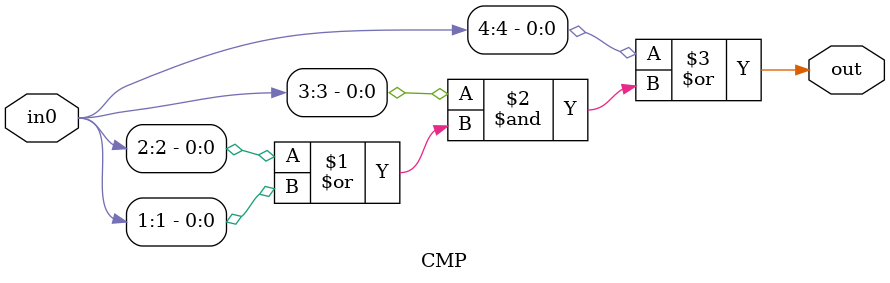
<source format=v>
`timescale 1ns / 1ps


module CMP(

    input [4:0] in0,
    output out

    );
    
    assign out = in0[4] | (in0[3] & (in0[2] | in0[1]));
    
endmodule

</source>
